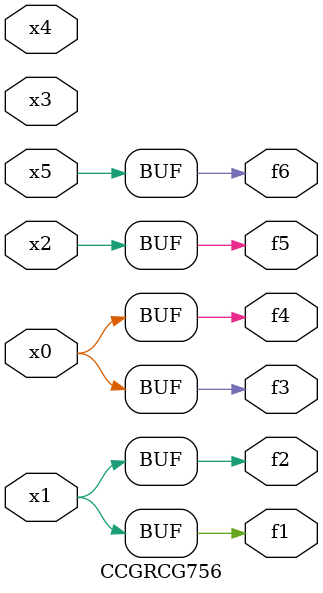
<source format=v>
module CCGRCG756(
	input x0, x1, x2, x3, x4, x5,
	output f1, f2, f3, f4, f5, f6
);
	assign f1 = x1;
	assign f2 = x1;
	assign f3 = x0;
	assign f4 = x0;
	assign f5 = x2;
	assign f6 = x5;
endmodule

</source>
